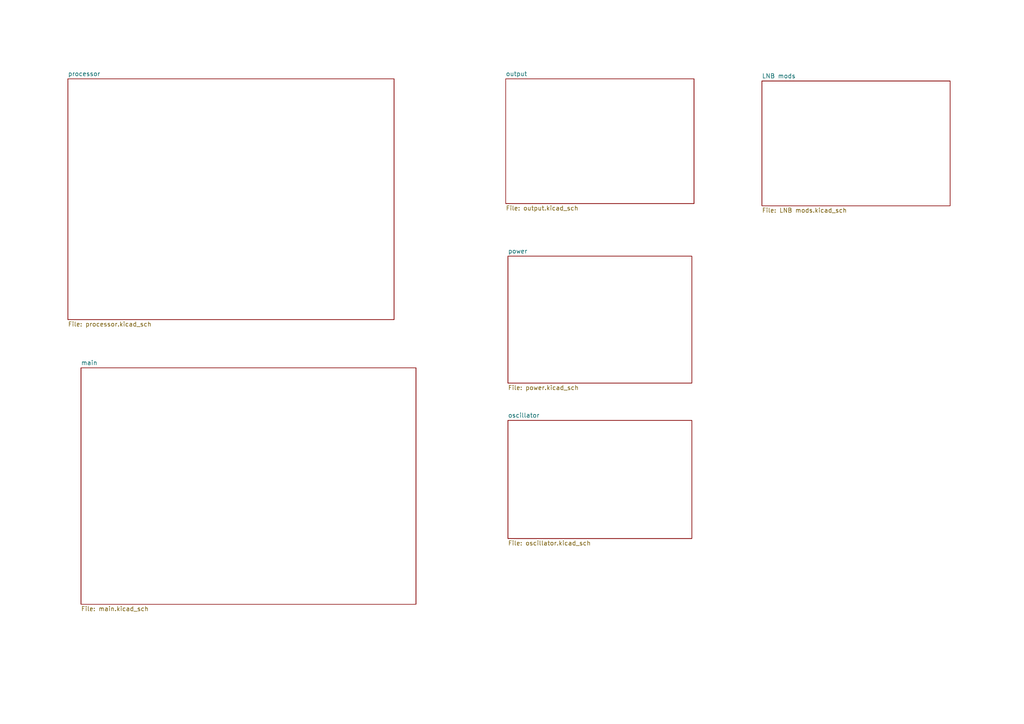
<source format=kicad_sch>
(kicad_sch
	(version 20231120)
	(generator "eeschema")
	(generator_version "8.0")
	(uuid "1f9793f8-15dd-403b-8c48-cd25aecd6b3b")
	(paper "A4")
	(title_block
		(title "430Mhz - QO-100 transverter")
		(date "2025-04-24")
		(rev "2.1")
		(comment 1 "solder link for local /ext  oscillator")
		(comment 2 "IF up 1970MHz, IF down 309MHz")
		(comment 4 "70cm transverter for QO-100")
	)
	(lib_symbols)
	(sheet
		(at 220.98 23.495)
		(size 54.61 36.195)
		(fields_autoplaced yes)
		(stroke
			(width 0.1524)
			(type solid)
		)
		(fill
			(color 0 0 0 0.0000)
		)
		(uuid "06f57f1f-0b2c-4369-978a-b9d1dcab3ace")
		(property "Sheetname" "LNB mods"
			(at 220.98 22.7834 0)
			(effects
				(font
					(size 1.27 1.27)
				)
				(justify left bottom)
			)
		)
		(property "Sheetfile" "LNB mods.kicad_sch"
			(at 220.98 60.2746 0)
			(effects
				(font
					(size 1.27 1.27)
				)
				(justify left top)
			)
		)
		(instances
			(project "432trans21"
				(path "/1f9793f8-15dd-403b-8c48-cd25aecd6b3b"
					(page "7")
				)
			)
		)
	)
	(sheet
		(at 19.685 22.86)
		(size 94.615 69.85)
		(fields_autoplaced yes)
		(stroke
			(width 0.1524)
			(type solid)
		)
		(fill
			(color 0 0 0 0.0000)
		)
		(uuid "181e92ad-d360-46fd-b683-17f82f66cc41")
		(property "Sheetname" "processor"
			(at 19.685 22.1484 0)
			(effects
				(font
					(size 1.27 1.27)
				)
				(justify left bottom)
			)
		)
		(property "Sheetfile" "processor.kicad_sch"
			(at 19.685 93.2946 0)
			(effects
				(font
					(size 1.27 1.27)
				)
				(justify left top)
			)
		)
		(instances
			(project "432trans21"
				(path "/1f9793f8-15dd-403b-8c48-cd25aecd6b3b"
					(page "2")
				)
			)
		)
	)
	(sheet
		(at 147.32 121.92)
		(size 53.34 34.29)
		(fields_autoplaced yes)
		(stroke
			(width 0.1524)
			(type solid)
		)
		(fill
			(color 0 0 0 0.0000)
		)
		(uuid "4d16043f-a7eb-4a87-9a5b-0ff2b2adcef6")
		(property "Sheetname" "oscillator"
			(at 147.32 121.2084 0)
			(effects
				(font
					(size 1.27 1.27)
				)
				(justify left bottom)
			)
		)
		(property "Sheetfile" "oscillator.kicad_sch"
			(at 147.32 156.7946 0)
			(effects
				(font
					(size 1.27 1.27)
				)
				(justify left top)
			)
		)
		(instances
			(project "432trans21"
				(path "/1f9793f8-15dd-403b-8c48-cd25aecd6b3b"
					(page "6")
				)
			)
		)
	)
	(sheet
		(at 146.685 22.86)
		(size 54.61 36.195)
		(fields_autoplaced yes)
		(stroke
			(width 0.1524)
			(type solid)
		)
		(fill
			(color 0 0 0 0.0000)
		)
		(uuid "76969e03-b34b-44ef-80e3-635c160c1bfc")
		(property "Sheetname" "output"
			(at 146.685 22.1484 0)
			(effects
				(font
					(size 1.27 1.27)
				)
				(justify left bottom)
			)
		)
		(property "Sheetfile" "output.kicad_sch"
			(at 146.685 59.6396 0)
			(effects
				(font
					(size 1.27 1.27)
				)
				(justify left top)
			)
		)
		(instances
			(project "432trans21"
				(path "/1f9793f8-15dd-403b-8c48-cd25aecd6b3b"
					(page "4")
				)
			)
		)
	)
	(sheet
		(at 147.32 74.295)
		(size 53.34 36.83)
		(fields_autoplaced yes)
		(stroke
			(width 0.1524)
			(type solid)
		)
		(fill
			(color 0 0 0 0.0000)
		)
		(uuid "79943dcc-8759-4338-bfa7-e11c27f7002b")
		(property "Sheetname" "power"
			(at 147.32 73.5834 0)
			(effects
				(font
					(size 1.27 1.27)
				)
				(justify left bottom)
			)
		)
		(property "Sheetfile" "power.kicad_sch"
			(at 147.32 111.7096 0)
			(effects
				(font
					(size 1.27 1.27)
				)
				(justify left top)
			)
		)
		(instances
			(project "432trans21"
				(path "/1f9793f8-15dd-403b-8c48-cd25aecd6b3b"
					(page "5")
				)
			)
		)
	)
	(sheet
		(at 23.495 106.68)
		(size 97.155 68.58)
		(fields_autoplaced yes)
		(stroke
			(width 0.1524)
			(type solid)
		)
		(fill
			(color 0 0 0 0.0000)
		)
		(uuid "a04e3977-8079-45a0-b640-d03b1af68eeb")
		(property "Sheetname" "main"
			(at 23.495 105.9684 0)
			(effects
				(font
					(size 1.27 1.27)
				)
				(justify left bottom)
			)
		)
		(property "Sheetfile" "main.kicad_sch"
			(at 23.495 175.8446 0)
			(effects
				(font
					(size 1.27 1.27)
				)
				(justify left top)
			)
		)
		(instances
			(project "432trans21"
				(path "/1f9793f8-15dd-403b-8c48-cd25aecd6b3b"
					(page "3")
				)
			)
		)
	)
	(sheet_instances
		(path "/"
			(page "1")
		)
	)
)

</source>
